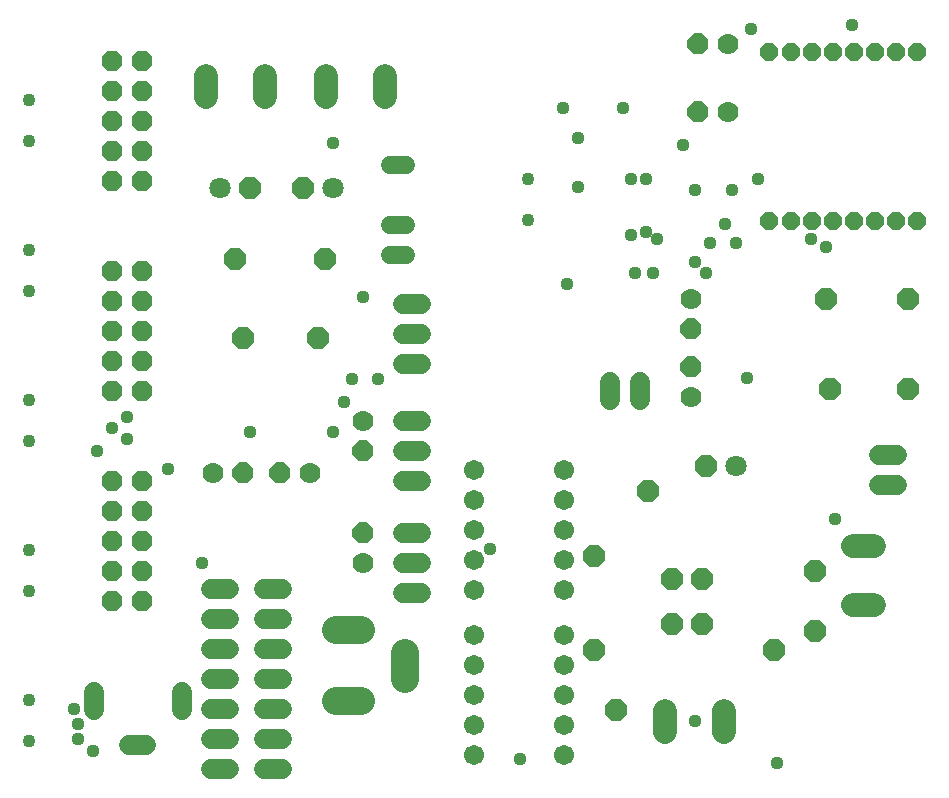
<source format=gbs>
G75*
G70*
%OFA0B0*%
%FSLAX24Y24*%
%IPPOS*%
%LPD*%
%AMOC8*
5,1,8,0,0,1.08239X$1,22.5*
%
%ADD10C,0.0434*%
%ADD11C,0.0940*%
%ADD12OC8,0.0710*%
%ADD13OC8,0.0700*%
%ADD14C,0.0700*%
%ADD15C,0.0680*%
%ADD16C,0.0785*%
%ADD17C,0.0674*%
%ADD18C,0.0610*%
%ADD19OC8,0.0680*%
%ADD20C,0.0710*%
%ADD21C,0.0674*%
%ADD22OC8,0.0595*%
%ADD23C,0.0440*%
D10*
X002688Y005938D03*
X002688Y007316D03*
X002688Y010938D03*
X002688Y012316D03*
X002688Y015938D03*
X002688Y017316D03*
X002688Y020938D03*
X002688Y022316D03*
X002688Y025938D03*
X002688Y027316D03*
X019309Y024681D03*
X019309Y023303D03*
D11*
X013761Y009639D02*
X012901Y009639D01*
X015221Y008888D02*
X015221Y008028D01*
X013761Y007277D02*
X012901Y007277D01*
D12*
X021503Y008977D03*
X022253Y006977D03*
X024128Y009852D03*
X025128Y009852D03*
X025128Y011352D03*
X024128Y011352D03*
X021503Y012102D03*
X023316Y014290D03*
X025253Y015102D03*
X028878Y011602D03*
X028878Y009602D03*
X027503Y008977D03*
X029371Y017679D03*
X031996Y017679D03*
X031996Y020679D03*
X029246Y020679D03*
X012563Y022002D03*
X011813Y024377D03*
X010063Y024377D03*
X009563Y022002D03*
X009813Y019377D03*
X012313Y019377D03*
D13*
X013813Y015627D03*
X011063Y014877D03*
X009813Y014877D03*
X013813Y012877D03*
X024746Y018429D03*
X024746Y019679D03*
X024996Y026929D03*
X024996Y029179D03*
D14*
X025996Y029179D03*
X025996Y026929D03*
X024746Y020679D03*
X024746Y017429D03*
X013813Y016627D03*
X012063Y014877D03*
X008813Y014877D03*
X013813Y011877D03*
D15*
X015138Y011877D02*
X015738Y011877D01*
X015738Y010877D02*
X015138Y010877D01*
X015138Y012877D02*
X015738Y012877D01*
X015738Y014627D02*
X015138Y014627D01*
X015138Y015627D02*
X015738Y015627D01*
X015738Y016627D02*
X015138Y016627D01*
X015138Y018502D02*
X015738Y018502D01*
X015738Y019502D02*
X015138Y019502D01*
X015138Y020502D02*
X015738Y020502D01*
X022059Y017917D02*
X022059Y017317D01*
X023059Y017317D02*
X023059Y017917D01*
X031016Y015477D02*
X031616Y015477D01*
X031616Y014477D02*
X031016Y014477D01*
X011113Y011021D02*
X010513Y011021D01*
X010513Y010021D02*
X011113Y010021D01*
X011113Y009021D02*
X010513Y009021D01*
X010513Y008021D02*
X011113Y008021D01*
X011113Y007021D02*
X010513Y007021D01*
X010513Y006021D02*
X011113Y006021D01*
X011113Y005021D02*
X010513Y005021D01*
X009363Y005021D02*
X008763Y005021D01*
X008763Y006021D02*
X009363Y006021D01*
X009363Y007021D02*
X008763Y007021D01*
X008763Y008021D02*
X009363Y008021D01*
X009363Y009021D02*
X008763Y009021D01*
X008763Y010021D02*
X009363Y010021D01*
X009363Y011021D02*
X008763Y011021D01*
D16*
X023894Y006955D02*
X023894Y006250D01*
X025863Y006250D02*
X025863Y006955D01*
X030151Y010493D02*
X030856Y010493D01*
X030856Y012462D02*
X030151Y012462D01*
X014547Y027400D02*
X014547Y028105D01*
X012579Y028105D02*
X012579Y027400D01*
X010547Y027400D02*
X010547Y028105D01*
X008579Y028105D02*
X008579Y027400D01*
D17*
X007798Y007571D02*
X007798Y006977D01*
X006599Y005817D02*
X006005Y005817D01*
X004846Y006977D02*
X004846Y007571D01*
D18*
X014724Y022163D02*
X015254Y022163D01*
X015254Y023163D02*
X014724Y023163D01*
X014724Y025155D02*
X015254Y025155D01*
D19*
X006438Y025627D03*
X005438Y025627D03*
X005438Y026627D03*
X006438Y026627D03*
X006438Y027627D03*
X005438Y027627D03*
X005438Y028627D03*
X006438Y028627D03*
X006438Y024627D03*
X005438Y024627D03*
X005438Y021627D03*
X006438Y021627D03*
X006438Y020627D03*
X006438Y019627D03*
X006438Y018627D03*
X006438Y017627D03*
X005438Y017627D03*
X005438Y018627D03*
X005438Y019627D03*
X005438Y020627D03*
X005438Y014627D03*
X005438Y013627D03*
X006438Y013627D03*
X006438Y014627D03*
X006438Y012627D03*
X006438Y011627D03*
X006438Y010627D03*
X005438Y010627D03*
X005438Y011627D03*
X005438Y012627D03*
D20*
X009063Y024377D03*
X012813Y024377D03*
X026253Y015102D03*
D21*
X020503Y014977D03*
X020503Y013977D03*
X020503Y012977D03*
X020503Y011977D03*
X020503Y010977D03*
X020503Y009477D03*
X020503Y008477D03*
X020503Y007477D03*
X020503Y006477D03*
X020503Y005477D03*
X017503Y005477D03*
X017503Y006477D03*
X017503Y007477D03*
X017503Y008477D03*
X017503Y009477D03*
X017503Y010977D03*
X017503Y011977D03*
X017503Y012977D03*
X017503Y013977D03*
X017503Y014977D03*
D22*
X027367Y023281D03*
X028068Y023281D03*
X028769Y023281D03*
X029470Y023281D03*
X030170Y023281D03*
X030871Y023281D03*
X031572Y023281D03*
X032273Y023281D03*
X032273Y028911D03*
X031572Y028911D03*
X030871Y028911D03*
X030170Y028911D03*
X029470Y028911D03*
X028769Y028911D03*
X028068Y028911D03*
X027367Y028911D03*
D23*
X004813Y005627D03*
X004313Y006002D03*
X004313Y006502D03*
X004188Y007002D03*
X008438Y011877D03*
X007313Y015002D03*
X005938Y016002D03*
X005438Y016377D03*
X005938Y016752D03*
X004938Y015627D03*
X010063Y016252D03*
X012813Y016252D03*
X013188Y017252D03*
X013438Y018002D03*
X014313Y018002D03*
X013813Y020752D03*
X012813Y025877D03*
X020496Y027054D03*
X020996Y026054D03*
X020996Y024429D03*
X022746Y024679D03*
X023246Y024679D03*
X024496Y025804D03*
X024871Y024304D03*
X025871Y023179D03*
X026246Y022554D03*
X025371Y022554D03*
X024871Y021929D03*
X025246Y021554D03*
X023496Y021554D03*
X022871Y021554D03*
X022746Y022804D03*
X023246Y022929D03*
X023621Y022679D03*
X026121Y024304D03*
X026996Y024679D03*
X028746Y022679D03*
X029246Y022429D03*
X026621Y018054D03*
X029566Y013352D03*
X024878Y006602D03*
X027628Y005227D03*
X019066Y005352D03*
X018066Y012352D03*
X020621Y021179D03*
X022496Y027054D03*
X026746Y029679D03*
X030121Y029804D03*
M02*

</source>
